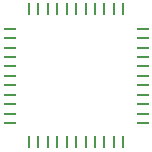
<source format=gbr>
%FSLAX23Y23*%
%MOIN*%
G04 EasyPC Gerber Version 17.0 Build 3379 *
%ADD18R,0.01000X0.04200*%
%ADD17R,0.04200X0.01000*%
X0Y0D02*
D02*
D17*
X1282Y2295D03*
Y2327D03*
Y2358D03*
Y2390D03*
Y2421D03*
Y2453D03*
Y2484D03*
Y2515D03*
Y2547D03*
Y2578D03*
Y2610D03*
X1724Y2295D03*
Y2327D03*
Y2358D03*
Y2390D03*
Y2421D03*
Y2453D03*
Y2484D03*
Y2515D03*
Y2547D03*
Y2578D03*
Y2610D03*
D02*
D18*
X1345Y2232D03*
Y2674D03*
X1377Y2232D03*
Y2674D03*
X1408Y2232D03*
Y2674D03*
X1440Y2232D03*
Y2674D03*
X1471Y2232D03*
Y2674D03*
X1503Y2232D03*
Y2674D03*
X1534Y2232D03*
Y2674D03*
X1566Y2232D03*
Y2674D03*
X1597Y2232D03*
Y2674D03*
X1629Y2232D03*
Y2674D03*
X1660Y2232D03*
Y2674D03*
X0Y0D02*
M02*

</source>
